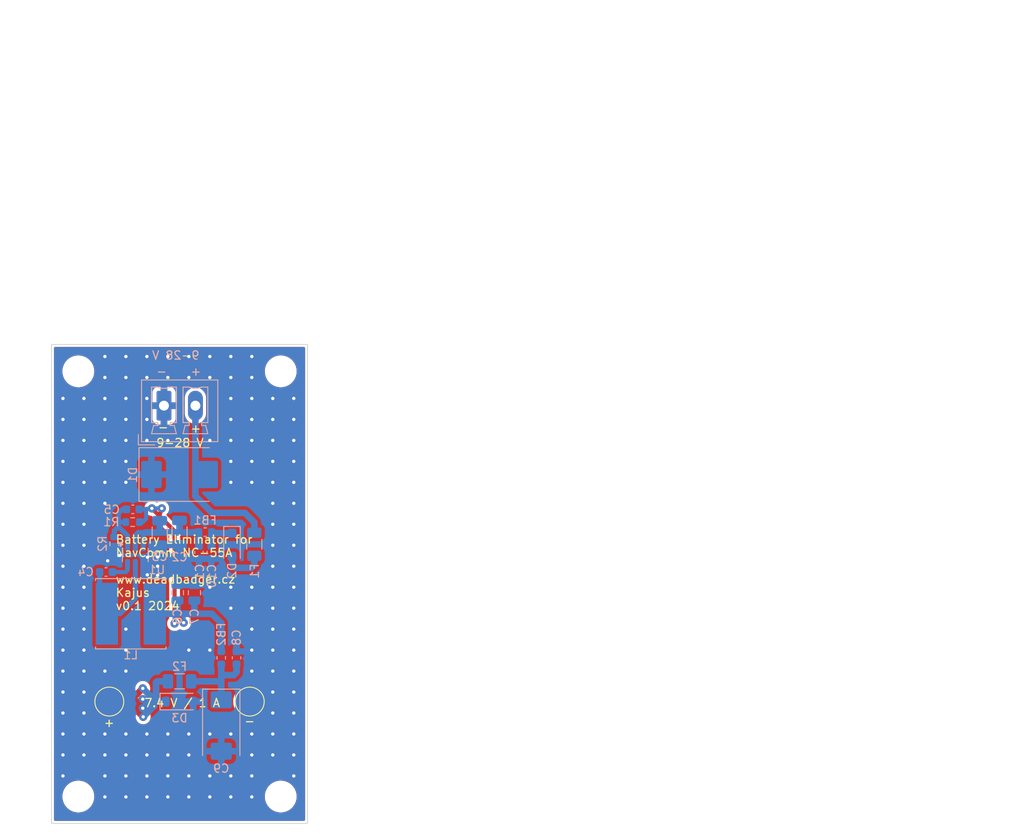
<source format=kicad_pcb>
(kicad_pcb (version 20240108) (generator "pcbnew") (generator_version "8.0")
  (title_block (title "Battery Eliminator for NavComm NC-55A") (date "2024-08-26") (rev "0.1") (company "Kajus"))
  (layers (0 "F.Cu" signal) (31 "B.Cu" signal) (34 "B.Paste" user) (35 "F.Paste" user) (36 "B.SilkS" user "B.Silkscreen") (37 "F.SilkS" user "F.Silkscreen") (38 "B.Mask" user) (39 "F.Mask" user) (44 "Edge.Cuts" user))
  (net 0 "")
  (net 1 "Net-(U1-EN)")
  (net 2 "GND")
  (net 3 "Net-(U1-BST)")
  (net 4 "Net-(U1-SW)")
  (net 5 "Net-(C5-Pad1)")
  (net 6 "Net-(U1-FB)")
  (net 7 "Net-(C8-Pad1)")
  (net 8 "Net-(D1-A2)")
  (net 9 "Net-(D2-K)")
  (net 10 "Net-(D2-A)")
  (net 11 "Net-(D3-K)")
  (footprint "MountingHole:MountingHole_3.2mm_M3" (layer "F.Cu") (at 115.5 90)
    (property "Reference" "REF**" (hide yes))
    (property "Value" "MountingHole_3.2mm_M3")
    (pad "" np_thru_hole circle (at 0 0) (size 3.2 3.2) (drill 3.2) (layers "*.Cu" "*.Mask"))
  )
  (footprint "MountingHole:MountingHole_3.2mm_M3" (layer "F.Cu") (at 140 90)
    (property "Reference" "REF**" (hide yes))
    (property "Value" "MountingHole_3.2mm_M3")
    (pad "" np_thru_hole circle (at 0 0) (size 3.2 3.2) (drill 3.2) (layers "*.Cu" "*.Mask"))
  )
  (footprint "MountingHole:MountingHole_3.2mm_M3" (layer "F.Cu") (at 140 141.5)
    (property "Reference" "REF**" (hide yes))
    (property "Value" "MountingHole_3.2mm_M3")
    (pad "" np_thru_hole circle (at 0 0) (size 3.2 3.2) (drill 3.2) (layers "*.Cu" "*.Mask"))
  )
  (footprint "MountingHole:MountingHole_3.2mm_M3" (layer "F.Cu") (at 115.5 141.5)
    (property "Reference" "REF**" (hide yes))
    (property "Value" "MountingHole_3.2mm_M3")
    (pad "" np_thru_hole circle (at 0 0) (size 3.2 3.2) (drill 3.2) (layers "*.Cu" "*.Mask"))
  )
  (footprint "TestPoint:TestPoint_Pad_D3.0mm" (layer "F.Cu") (at 136.25 130)
    (property "Reference" "J3" (hide yes))
    (property "Value" "GND")
    (fp_circle (center 0 0) (end 0 1.75) (stroke (width 0.12)) (fill none) (layer "F.SilkS"))
    (pad "1" smd circle (at 0 0) (size 3 3) (layers "F.Cu" "F.Mask") (net 2 "GND"))
  )
  (footprint "TestPoint:TestPoint_Pad_D3.0mm" (layer "F.Cu") (at 119.25 130)
    (property "Reference" "J2" (hide yes))
    (property "Value" "+")
    (fp_circle (center 0 0) (end 0 1.75) (stroke (width 0.12)) (fill none) (layer "F.SilkS"))
    (pad "1" smd circle (at 0 0) (size 3 3) (layers "F.Cu" "F.Mask") (net 11 "Net-(D3-K)"))
  )
  (footprint "Capacitor_SMD:C_0603_1608Metric" (layer "B.Cu") (at 122.1 106.712499 180)
    (property "Reference" "C5" (at 2.55 -0.037501 0) (layer "B.SilkS") (effects (justify mirror)))
    (property "Value" "100p")
    (fp_line (start 0.14058 0.51) (end -0.14058 0.51) (stroke (width 0.12)) (layer "B.SilkS"))
    (fp_line (start 0.14058 -0.51) (end -0.14058 -0.51) (stroke (width 0.12)) (layer "B.SilkS"))
    (pad "1" smd roundrect (at -0.775 0 180) (size 0.9 0.95) (layers "B.Cu" "B.Paste" "B.Mask") (net 5 "Net-(C5-Pad1)"))
    (pad "2" smd roundrect (at 0.775 0 180) (size 0.9 0.95) (layers "B.Cu" "B.Paste" "B.Mask") (net 6 "Net-(U1-FB)"))
  )
  (footprint "Diode_SMD:D_SOD-123F" (layer "B.Cu") (at 134.1 111 -90)
    (property "Reference" "D2" (at 3.15 0 90) (layer "B.SilkS") (effects (justify mirror)))
    (property "Value" "SBR3U40S1F")
    (fp_line (start 1.65 1) (end -2.21 1) (stroke (width 0.12)) (layer "B.SilkS"))
    (fp_line (start -2.21 -1) (end -2.21 1) (stroke (width 0.12)) (layer "B.SilkS"))
    (fp_line (start 1.65 -1) (end -2.21 -1) (stroke (width 0.12)) (layer "B.SilkS"))
    (pad "1" smd roundrect (at -1.4 0 270) (size 1.1 1.1) (layers "B.Cu" "B.Paste" "B.Mask") (roundrect_rratio 0.2272727273) (net 9 "Net-(D2-K)"))
    (pad "2" smd roundrect (at 1.4 0 270) (size 1.1 1.1) (layers "B.Cu" "B.Paste" "B.Mask") (roundrect_rratio 0.2272727273) (net 10 "Net-(D2-A)"))
  )
  (footprint "Resistor_SMD:R_0603_1608Metric" (layer "B.Cu") (at 119.85 110.887499 -90)
    (property "Reference" "R2" (at 0 1.43 90) (layer "B.SilkS") (effects (justify mirror)))
    (property "Value" "9k1")
    (fp_line (start 0.237258 0.5225) (end -0.237258 0.5225) (stroke (width 0.12)) (layer "B.SilkS"))
    (fp_line (start 0.237258 -0.5225) (end -0.237258 -0.5225) (stroke (width 0.12)) (layer "B.SilkS"))
    (pad "1" smd roundrect (at -0.825 0 270) (size 0.8 0.95) (layers "B.Cu" "B.Paste" "B.Mask") (net 6 "Net-(U1-FB)"))
    (pad "2" smd roundrect (at 0.825 0 270) (size 0.8 0.95) (layers "B.Cu" "B.Paste" "B.Mask") (net 2 "GND"))
  )
  (footprint "Capacitor_SMD:C_1206_3216Metric" (layer "B.Cu") (at 125.35 109.562501 -90)
    (property "Reference" "C3" (at 2.887499 0 180) (layer "B.SilkS") (effects (justify mirror)))
    (property "Value" "10u/35V")
    (fp_line (start 0.711252 0.91) (end -0.711252 0.91) (stroke (width 0.12)) (layer "B.SilkS"))
    (fp_line (start 0.711252 -0.91) (end -0.711252 -0.91) (stroke (width 0.12)) (layer "B.SilkS"))
    (pad "1" smd roundrect (at -1.475 0 270) (size 1.15 1.8) (layers "B.Cu" "B.Paste" "B.Mask") (roundrect_rratio 0.217391) (net 1 "Net-(U1-EN)"))
    (pad "2" smd roundrect (at 1.475 0 270) (size 1.15 1.8) (layers "B.Cu" "B.Paste" "B.Mask") (roundrect_rratio 0.217391) (net 2 "GND"))
  )
  (footprint "Resistor_SMD:R_0603_1608Metric" (layer "B.Cu") (at 122.075 108.262499 180)
    (property "Reference" "R1" (at 2.575 0.012499 0) (layer "B.SilkS") (effects (justify mirror)))
    (property "Value" "75k")
    (fp_line (start 0.237258 0.5225) (end -0.237258 0.5225) (stroke (width 0.12)) (layer "B.SilkS"))
    (fp_line (start 0.237258 -0.5225) (end -0.237258 -0.5225) (stroke (width 0.12)) (layer "B.SilkS"))
    (pad "1" smd roundrect (at -0.825 0 180) (size 0.8 0.95) (layers "B.Cu" "B.Paste" "B.Mask") (net 5 "Net-(C5-Pad1)"))
    (pad "2" smd roundrect (at 0.825 0 180) (size 0.8 0.95) (layers "B.Cu" "B.Paste" "B.Mask") (net 6 "Net-(U1-FB)"))
  )
  (footprint "Diode_SMD:D_SOD-123" (layer "B.Cu") (at 127.75 130)
    (property "Reference" "D3" (at 0 2.000001 0) (layer "B.SilkS") (effects (justify mirror)))
    (property "Value" "PTVS9V0S1UR")
    (fp_line (start -2.36 -1) (end -2.36 1) (stroke (width 0.12)) (layer "B.SilkS"))
    (fp_line (start 1.65 -1) (end -2.36 -1) (stroke (width 0.12)) (layer "B.SilkS"))
    (fp_line (start 1.65 1) (end -2.36 1) (stroke (width 0.12)) (layer "B.SilkS"))
    (pad "1" smd roundrect (at -1.65 0) (size 0.9 1.2) (layers "B.Cu" "B.Paste" "B.Mask") (net 11 "Net-(D3-K)"))
    (pad "2" smd roundrect (at 1.65 0) (size 0.9 1.2) (layers "B.Cu" "B.Paste" "B.Mask") (net 2 "GND"))
  )
  (footprint "Capacitor_SMD:C_0805_2012Metric" (layer "B.Cu") (at 129.55 116.812499 90)
    (property "Reference" "C7" (at -2.887501 0 90) (layer "B.SilkS") (effects (justify mirror)))
    (property "Value" "22u")
    (fp_line (start 0.261252 -0.735) (end -0.261252 -0.735) (stroke (width 0.12)) (layer "B.SilkS"))
    (fp_line (start 0.261252 0.735) (end -0.261252 0.735) (stroke (width 0.12)) (layer "B.SilkS"))
    (pad "1" smd roundrect (at -0.95 0 90) (size 1 1.45) (layers "B.Cu" "B.Paste" "B.Mask") (net 5 "Net-(C5-Pad1)"))
    (pad "2" smd roundrect (at 0.95 0 90) (size 1 1.45) (layers "B.Cu" "B.Paste" "B.Mask") (net 2 "GND"))
  )
  (footprint "Fuse:Fuse_1206_3216Metric" (layer "B.Cu") (at 127.75 127.55 180)
    (property "Reference" "F2" (at 0 1.8 0) (layer "B.SilkS") (effects (justify mirror)))
    (property "Value" " C1Q 1.25 ")
    (fp_line (start 0.602064 0.91) (end -0.602064 0.91) (stroke (width 0.12)) (layer "B.SilkS"))
    (fp_line (start 0.602064 -0.91) (end -0.602064 -0.91) (stroke (width 0.12)) (layer "B.SilkS"))
    (pad "1" smd roundrect (at -1.4 0 180) (size 1.25 1.75) (layers "B.Cu" "B.Paste" "B.Mask") (roundrect_rratio 0.2) (net 7 "Net-(C8-Pad1)"))
    (pad "2" smd roundrect (at 1.4 0 180) (size 1.25 1.75) (layers "B.Cu" "B.Paste" "B.Mask") (roundrect_rratio 0.2) (net 11 "Net-(D3-K)"))
  )
  (footprint "Capacitor_SMD:C_1206_3216Metric" (layer "B.Cu") (at 127.75 109.5375 -90)
    (property "Reference" "C2" (at 2.9625 0 180) (layer "B.SilkS") (effects (justify mirror)))
    (property "Value" "10u/35V")
    (fp_line (start 0.711252 0.91) (end -0.711252 0.91) (stroke (width 0.12)) (layer "B.SilkS"))
    (fp_line (start 0.711252 -0.91) (end -0.711252 -0.91) (stroke (width 0.12)) (layer "B.SilkS"))
    (pad "1" smd roundrect (at -1.475 0 270) (size 1.15 1.8) (layers "B.Cu" "B.Paste" "B.Mask") (roundrect_rratio 0.217391) (net 1 "Net-(U1-EN)"))
    (pad "2" smd roundrect (at 1.475 0 270) (size 1.15 1.8) (layers "B.Cu" "B.Paste" "B.Mask") (roundrect_rratio 0.217391) (net 2 "GND"))
  )
  (footprint "Capacitor_SMD:C_0603_1608Metric" (layer "B.Cu") (at 130.1 111.925 -90)
    (property "Reference" "C1" (at 2.375 -0.1 90) (layer "B.SilkS") (effects (justify mirror)))
    (property "Value" "100n/35V")
    (fp_line (start 0.14058 0.51) (end -0.14058 0.51) (stroke (width 0.12)) (layer "B.SilkS"))
    (fp_line (start 0.14058 -0.51) (end -0.14058 -0.51) (stroke (width 0.12)) (layer "B.SilkS"))
    (pad "1" smd roundrect (at -0.775 0 270) (size 0.9 0.95) (layers "B.Cu" "B.Paste" "B.Mask") (net 1 "Net-(U1-EN)"))
    (pad "2" smd roundrect (at 0.775 0 270) (size 0.9 0.95) (layers "B.Cu" "B.Paste" "B.Mask") (net 2 "GND"))
  )
  (footprint "Fuse:Fuse_1206_3216Metric" (layer "B.Cu") (at 136.8 110.95 -90)
    (property "Reference" "F1" (at 3.25 -0.05 90) (layer "B.SilkS") (effects (justify mirror)))
    (property "Value" " C1Q 1.25 ")
    (fp_line (start 0.602064 0.91) (end -0.602064 0.91) (stroke (width 0.12)) (layer "B.SilkS"))
    (fp_line (start 0.602064 -0.91) (end -0.602064 -0.91) (stroke (width 0.12)) (layer "B.SilkS"))
    (pad "1" smd roundrect (at -1.4 0 270) (size 1.25 1.75) (layers "B.Cu" "B.Paste" "B.Mask") (roundrect_rratio 0.2) (net 8 "Net-(D1-A2)"))
    (pad "2" smd roundrect (at 1.4 0 270) (size 1.25 1.75) (layers "B.Cu" "B.Paste" "B.Mask") (roundrect_rratio 0.2) (net 10 "Net-(D2-A)"))
  )
  (footprint "Capacitor_SMD:C_0603_1608Metric" (layer "B.Cu") (at 118.85 114.312499 180)
    (property "Reference" "C4" (at 2.45 0.012499 0) (layer "B.SilkS") (effects (justify mirror)))
    (property "Value" "100n/35V")
    (fp_line (start 0.14058 0.51) (end -0.14058 0.51) (stroke (width 0.12)) (layer "B.SilkS"))
    (fp_line (start 0.14058 -0.51) (end -0.14058 -0.51) (stroke (width 0.12)) (layer "B.SilkS"))
    (pad "1" smd roundrect (at -0.775 0 180) (size 0.9 0.95) (layers "B.Cu" "B.Paste" "B.Mask") (net 3 "Net-(U1-BST)"))
    (pad "2" smd roundrect (at 0.775 0 180) (size 0.9 0.95) (layers "B.Cu" "B.Paste" "B.Mask") (net 4 "Net-(U1-SW)"))
  )
  (footprint "Inductor_SMD:L_0603_1608Metric" (layer "B.Cu") (at 132.8 124.7 -90)
    (property "Reference" "FB2" (at -2.85 0 90) (layer "B.SilkS") (effects (justify mirror)))
    (property "Value" " MH1608-221Y ")
    (fp_line (start 0.162779 0.51) (end -0.162779 0.51) (stroke (width 0.12)) (layer "B.SilkS"))
    (fp_line (start 0.162779 -0.51) (end -0.162779 -0.51) (stroke (width 0.12)) (layer "B.SilkS"))
    (pad "1" smd roundrect (at -0.7875 0 270) (size 0.875 0.95) (layers "B.Cu" "B.Paste" "B.Mask") (net 5 "Net-(C5-Pad1)"))
    (pad "2" smd roundrect (at 0.7875 0 270) (size 0.875 0.95) (layers "B.Cu" "B.Paste" "B.Mask") (net 7 "Net-(C8-Pad1)"))
  )
  (footprint "Inductor_SMD:L_0603_1608Metric" (layer "B.Cu") (at 130.85 109.475 180)
    (property "Reference" "FB1" (at 0 1.43 0) (layer "B.SilkS") (effects (justify mirror)))
    (property "Value" " MH1608-221Y ")
    (fp_line (start 0.162779 0.51) (end -0.162779 0.51) (stroke (width 0.12)) (layer "B.SilkS"))
    (fp_line (start 0.162779 -0.51) (end -0.162779 -0.51) (stroke (width 0.12)) (layer "B.SilkS"))
    (pad "1" smd roundrect (at -0.7875 0 180) (size 0.875 0.95) (layers "B.Cu" "B.Paste" "B.Mask") (net 9 "Net-(D2-K)"))
    (pad "2" smd roundrect (at 0.7875 0 180) (size 0.875 0.95) (layers "B.Cu" "B.Paste" "B.Mask") (net 1 "Net-(U1-EN)"))
  )
  (footprint "Inductor_SMD:L_Cenker_CKCS8040" (layer "B.Cu") (at 121.85 119.362499)
    (property "Reference" "L1" (at 0 5 0) (layer "B.SilkS") (effects (justify mirror)))
    (property "Value" "SRR6028-100Y")
    (fp_line (start -4.26 -4.01) (end -4.26 -4.26) (stroke (width 0.12)) (layer "B.SilkS"))
    (fp_line (start -4.26 4.01) (end -4.26 4.26) (stroke (width 0.12)) (layer "B.SilkS"))
    (fp_line (start 4.26 -4.26) (end -4.26 -4.26) (stroke (width 0.12)) (layer "B.SilkS"))
    (fp_line (start 4.26 -4.01) (end 4.26 -4.26) (stroke (width 0.12)) (layer "B.SilkS"))
    (fp_line (start 4.26 4.01) (end 4.26 4.26) (stroke (width 0.12)) (layer "B.SilkS"))
    (fp_line (start 4.26 4.26) (end -4.26 4.26) (stroke (width 0.12)) (layer "B.SilkS"))
    (pad "1" smd rect (at -2.9 0) (size 2.7 7.5) (layers "B.Cu" "B.Paste" "B.Mask") (net 4 "Net-(U1-SW)"))
    (pad "2" smd rect (at 2.9 0) (size 2.7 7.5) (layers "B.Cu" "B.Paste" "B.Mask") (net 5 "Net-(C5-Pad1)"))
  )
  (footprint "Capacitor_SMD:C_0603_1608Metric" (layer "B.Cu") (at 131.6 111.925 -90)
    (property "Reference" "C10" (at 2.875 -0.05 90) (layer "B.SilkS") (effects (justify mirror)))
    (property "Value" "100n/35V")
    (fp_line (start 0.14058 0.51) (end -0.14058 0.51) (stroke (width 0.12)) (layer "B.SilkS"))
    (fp_line (start 0.14058 -0.51) (end -0.14058 -0.51) (stroke (width 0.12)) (layer "B.SilkS"))
    (pad "1" smd roundrect (at -0.775 0 270) (size 0.9 0.95) (layers "B.Cu" "B.Paste" "B.Mask") (net 9 "Net-(D2-K)"))
    (pad "2" smd roundrect (at 0.775 0 270) (size 0.9 0.95) (layers "B.Cu" "B.Paste" "B.Mask") (net 2 "GND"))
  )
  (footprint "Capacitor_SMD:C_0603_1608Metric" (layer "B.Cu") (at 134.65 124.7 90)
    (property "Reference" "C8" (at 2.45 0 90) (layer "B.SilkS") (effects (justify mirror)))
    (property "Value" "100n")
    (fp_line (start 0.14058 -0.51) (end -0.14058 -0.51) (stroke (width 0.12)) (layer "B.SilkS"))
    (fp_line (start 0.14058 0.51) (end -0.14058 0.51) (stroke (width 0.12)) (layer "B.SilkS"))
    (pad "1" smd roundrect (at -0.775 0 90) (size 0.9 0.95) (layers "B.Cu" "B.Paste" "B.Mask") (net 7 "Net-(C8-Pad1)"))
    (pad "2" smd roundrect (at 0.775 0 90) (size 0.9 0.95) (layers "B.Cu" "B.Paste" "B.Mask") (net 2 "GND"))
  )
  (footprint "Capacitor_Tantalum_SMD:CP_EIA-7343-30_AVX-N" (layer "B.Cu") (at 132.8 132.9 -90)
    (property "Reference" "C9" (at 5.2 0 180) (layer "B.SilkS") (effects (justify mirror)))
    (property "Value" "100u")
    (fp_line (start -4.41 2.26) (end 3.65 2.26) (stroke (width 0.12)) (layer "B.SilkS"))
    (fp_line (start -4.41 -2.26) (end -4.41 2.26) (stroke (width 0.12)) (layer "B.SilkS"))
    (fp_line (start 3.65 -2.26) (end -4.41 -2.26) (stroke (width 0.12)) (layer "B.SilkS"))
    (pad "1" smd roundrect (at -3.1125 0 270) (size 2.075 2.55) (layers "B.Cu" "B.Paste" "B.Mask") (roundrect_rratio 0.120482) (net 7 "Net-(C8-Pad1)"))
    (pad "2" smd roundrect (at 3.1125 0 270) (size 2.075 2.55) (layers "B.Cu" "B.Paste" "B.Mask") (roundrect_rratio 0.120482) (net 2 "GND"))
  )
  (footprint "Connector_Phoenix_MC:PhoenixContact_MCV_1,5_2-G-3.81_1x02_P3.81mm_Vertical" (layer "B.Cu") (at 125.8625 94.1575)
    (property "Reference" "J1" (hide yes))
    (property "Value" "PWR")
    (fp_line (start -3.1 4.75) (end -3.1 3.5) (stroke (width 0.12)) (layer "B.SilkS"))
    (fp_line (start -2.71 -3.11) (end -2.71 4.36) (stroke (width 0.12)) (layer "B.SilkS"))
    (fp_line (start -2.71 4.36) (end 6.52 4.36) (stroke (width 0.12)) (layer "B.SilkS"))
    (fp_line (start -1.5 -2.25) (end -0.75 -2.25) (stroke (width 0.12)) (layer "B.SilkS"))
    (fp_line (start -1.5 2.05) (end -1.5 -2.25) (stroke (width 0.12)) (layer "B.SilkS"))
    (fp_line (start -1.5 3.4) (end -1.25 2.4) (stroke (width 0.12)) (layer "B.SilkS"))
    (fp_line (start -1.25 2.4) (end -0.75 2.4) (stroke (width 0.12)) (layer "B.SilkS"))
    (fp_line (start -1.1 4.75) (end -3.1 4.75) (stroke (width 0.12)) (layer "B.SilkS"))
    (fp_line (start -0.75 2.05) (end -1.5 2.05) (stroke (width 0.12)) (layer "B.SilkS"))
    (fp_line (start -0.75 2.4) (end -0.75 2.05) (stroke (width 0.12)) (layer "B.SilkS"))
    (fp_line (start 0.75 -2.25) (end 1.5 -2.25) (stroke (width 0.12)) (layer "B.SilkS"))
    (fp_line (start 0.75 2.05) (end 0.75 2.4) (stroke (width 0.12)) (layer "B.SilkS"))
    (fp_line (start 0.75 2.4) (end 1.25 2.4) (stroke (width 0.12)) (layer "B.SilkS"))
    (fp_line (start 1.25 2.4) (end 1.5 3.4) (stroke (width 0.12)) (layer "B.SilkS"))
    (fp_line (start 1.5 -2.25) (end 1.5 2.05) (stroke (width 0.12)) (layer "B.SilkS"))
    (fp_line (start 1.5 2.05) (end 0.75 2.05) (stroke (width 0.12)) (layer "B.SilkS"))
    (fp_line (start 1.5 3.4) (end -1.5 3.4) (stroke (width 0.12)) (layer "B.SilkS"))
    (fp_line (start 2.31 -2.25) (end 3.06 -2.25) (stroke (width 0.12)) (layer "B.SilkS"))
    (fp_line (start 2.31 2.05) (end 2.31 -2.25) (stroke (width 0.12)) (layer "B.SilkS"))
    (fp_line (start 2.31 3.4) (end 2.56 2.4) (stroke (width 0.12)) (layer "B.SilkS"))
    (fp_line (start 2.56 2.4) (end 3.06 2.4) (stroke (width 0.12)) (layer "B.SilkS"))
    (fp_line (start 3.06 2.05) (end 2.31 2.05) (stroke (width 0.12)) (layer "B.SilkS"))
    (fp_line (start 3.06 2.4) (end 3.06 2.05) (stroke (width 0.12)) (layer "B.SilkS"))
    (fp_line (start 4.56 -2.25) (end 5.31 -2.25) (stroke (width 0.12)) (layer "B.SilkS"))
    (fp_line (start 4.56 2.05) (end 4.56 2.4) (stroke (width 0.12)) (layer "B.SilkS"))
    (fp_line (start 4.56 2.4) (end 5.06 2.4) (stroke (width 0.12)) (layer "B.SilkS"))
    (fp_line (start 5.06 2.4) (end 5.31 3.4) (stroke (width 0.12)) (layer "B.SilkS"))
    (fp_line (start 5.31 -2.25) (end 5.31 2.05) (stroke (width 0.12)) (layer "B.SilkS"))
    (fp_line (start 5.31 2.05) (end 4.56 2.05) (stroke (width 0.12)) (layer "B.SilkS"))
    (fp_line (start 5.31 3.4) (end 2.31 3.4) (stroke (width 0.12)) (layer "B.SilkS"))
    (fp_line (start 6.52 -3.11) (end -2.71 -3.11) (stroke (width 0.12)) (layer "B.SilkS"))
    (fp_line (start 6.52 4.36) (end 6.52 -3.11) (stroke (width 0.12)) (layer "B.SilkS"))
    (fp_arc (start 0.749647 -2.249844) (mid -0.000193 -2.091909) (end -0.75 -2.25) (stroke (width 0.12)) (layer "B.SilkS"))
    (fp_arc (start 4.559647 -2.249844) (mid 3.809807 -2.091909) (end 3.06 -2.25) (stroke (width 0.12)) (layer "B.SilkS"))
    (pad "1" thru_hole roundrect (at 0 0) (size 1.8 3.6) (drill 1.2) (layers "*.Cu" "*.Mask") (roundrect_rratio 0.138889) (net 2 "GND"))
    (pad "2" thru_hole oval (at 3.81 0) (size 1.8 3.6) (drill 1.2) (layers "*.Cu" "*.Mask") (net 8 "Net-(D1-A2)"))
  )
  (footprint "Diode_SMD:D_SMC" (layer "B.Cu") (at 127.75 102.5)
    (property "Reference" "D1" (at -5.65 0.05 90) (layer "B.SilkS") (effects (justify mirror)))
    (property "Value" "SMDJ28CA")
    (fp_line (start -4.91 3.25) (end -4.91 -3.25) (stroke (width 0.12)) (layer "B.SilkS"))
    (fp_line (start 3.6 -3.25) (end -4.91 -3.25) (stroke (width 0.12)) (layer "B.SilkS"))
    (fp_line (start 3.6 3.25) (end -4.91 3.25) (stroke (width 0.12)) (layer "B.SilkS"))
    (pad "1" smd roundrect (at -3.4 0 270) (size 3.3 2.5) (layers "B.Cu" "B.Paste" "B.Mask") (roundrect_rratio 0.1) (net 2 "GND"))
    (pad "2" smd roundrect (at 3.4 0 270) (size 3.3 2.5) (layers "B.Cu" "B.Paste" "B.Mask") (roundrect_rratio 0.1) (net 8 "Net-(D1-A2)"))
  )
  (footprint "Capacitor_SMD:C_0805_2012Metric" (layer "B.Cu") (at 127.5 116.812499 90)
    (property "Reference" "C6" (at -2.887501 0 90) (layer "B.SilkS") (effects (justify mirror)))
    (property "Value" "22u")
    (fp_line (start 0.261252 -0.735) (end -0.261252 -0.735) (stroke (width 0.12)) (layer "B.SilkS"))
    (fp_line (start 0.261252 0.735) (end -0.261252 0.735) (stroke (width 0.12)) (layer "B.SilkS"))
    (pad "1" smd roundrect (at -0.95 0 90) (size 1 1.45) (layers "B.Cu" "B.Paste" "B.Mask") (net 5 "Net-(C5-Pad1)"))
    (pad "2" smd roundrect (at 0.95 0 90) (size 1 1.45) (layers "B.Cu" "B.Paste" "B.Mask") (net 2 "GND"))
  )
  (footprint "Package_TO_SOT_SMD:TSOT-23-6" (layer "B.Cu") (at 122.4 112.262499 -90)
    (property "Reference" "U1" (at 1.787501 -2.6 180) (layer "B.SilkS") (effects (justify mirror)))
    (property "Value" "AP63200WU")
    (fp_line (start -0.8 1.56) (end 0 1.56) (stroke (width 0.12)) (layer "B.SilkS"))
    (fp_line (start 0.8 1.56) (end 0 1.56) (stroke (width 0.12)) (layer "B.SilkS"))
    (fp_line (start -0.8 -1.56) (end 0 -1.56) (stroke (width 0.12)) (layer "B.SilkS"))
    (fp_line (start 0.8 -1.56) (end 0 -1.56) (stroke (width 0.12)) (layer "B.SilkS"))
    (fp_poly (pts (xy -1.3 1.51) (xy -1.54 1.84) (xy -1.06 1.84) (xy -1.3 1.51)) (stroke (width 0.12)) (fill solid) (layer "B.SilkS"))
    (pad "1" smd roundrect (at -1.1375 0.95 270) (size 1.325 0.6) (layers "B.Cu" "B.Paste" "B.Mask") (net 6 "Net-(U1-FB)"))
    (pad "2" smd roundrect (at -1.1375 0 270) (size 1.325 0.6) (layers "B.Cu" "B.Paste" "B.Mask") (net 1 "Net-(U1-EN)"))
    (pad "3" smd roundrect (at -1.1375 -0.95 270) (size 1.325 0.6) (layers "B.Cu" "B.Paste" "B.Mask") (net 1 "Net-(U1-EN)"))
    (pad "4" smd roundrect (at 1.1375 -0.95 270) (size 1.325 0.6) (layers "B.Cu" "B.Paste" "B.Mask") (net 2 "GND"))
    (pad "5" smd roundrect (at 1.1375 0 270) (size 1.325 0.6) (layers "B.Cu" "B.Paste" "B.Mask") (net 4 "Net-(U1-SW)"))
    (pad "6" smd roundrect (at 1.1375 0.95 270) (size 1.325 0.6) (layers "B.Cu" "B.Paste" "B.Mask") (net 3 "Net-(U1-BST)"))
  )
  (gr_rect (start 112.25 86.75) (end 143.25 144.75) (stroke (width 0.1)) (fill none) (layer "Edge.Cuts"))
  (gr_text "+" (at 130.45 90.6 0) (layer "B.SilkS") (effects (font (size 1 1)) (justify left bottom mirror)))
  (gr_text "-" (at 126.3 90.6 0) (layer "B.SilkS") (effects (font (size 1 1)) (justify left bottom mirror)))
  (gr_text "9-28 V" (at 130.25 88.65 0) (layer "B.SilkS") (effects (font (size 1 1)) (justify left bottom mirror)))
  (gr_text "-" (at 125.05 97.35 0) (layer "F.SilkS") (effects (font (size 1 1)) (justify left bottom)))
  (gr_text "7.4 V / 1 A" (at 123.4 130.75 0) (layer "F.SilkS") (effects (font (size 1 1)) (justify left bottom)))
  (gr_text "+" (at 129 97.5 0) (layer "F.SilkS") (effects (font (size 1 1)) (justify left bottom)))
  (gr_text "9-28 V" (at 124.85 99.25 0) (layer "F.SilkS") (effects (font (size 1 1)) (justify left bottom)))
  (gr_text "+" (at 119.95 133.15 0) (layer "F.SilkS") (effects (font (size 1 1)) (justify left bottom mirror)))
  (gr_text "Battery Eliminator for\nNavComm NC-55A\n\nwww.deadbadger.cz\nKajus\nv0.1 2024\n" (at 119.95 119 0) (layer "F.SilkS") (effects (font (size 1 1)) (justify left bottom)))
  (gr_text "-" (at 136.95 132.95 0) (layer "F.SilkS") (effects (font (size 1 1)) (justify left bottom mirror)))
  (segment (start 129.537501 109.512499) (end 129.575 109.475) (width 0.8) (layer "B.Cu") (net 1))
  (segment (start 123.6 109.512499) (end 125.4 109.512499) (width 0.8) (layer "B.Cu") (net 1))
  (segment (start 123.35 109.762499) (end 123.6 109.512499) (width 0.6) (layer "B.Cu") (net 1))
  (segment (start 123.35 111.124999) (end 123.35 109.762499) (width 0.6) (layer "B.Cu") (net 1))
  (segment (start 125.35 109.462499) (end 125.4 109.512499) (width 0.8) (layer "B.Cu") (net 1))
  (segment (start 130.1 109.5125) (end 130.0625 109.475) (width 0.8) (layer "B.Cu") (net 1))
  (segment (start 122.4 111.124999) (end 122.4 109.862499) (width 0.6) (layer "B.Cu") (net 1))
  (segment (start 127.75 109.412499) (end 127.85 109.512499) (width 0.8) (layer "B.Cu") (net 1))
  (segment (start 127.75 108.062499) (end 127.75 109.412499) (width 0.8) (layer "B.Cu") (net 1))
  (segment (start 122.75 109.512499) (end 123.6 109.512499) (width 0.6) (layer "B.Cu") (net 1))
  (segment (start 127.85 109.512499) (end 129.537501 109.512499) (width 0.8) (layer "B.Cu") (net 1))
  (segment (start 129.575 109.475) (end 130.0625 109.475) (width 0.8) (layer "B.Cu") (net 1))
  (segment (start 125.35 108.087501) (end 125.35 109.462499) (width 0.8) (layer "B.Cu") (net 1))
  (segment (start 130.1 111.15) (end 130.1 109.5125) (width 0.8) (layer "B.Cu") (net 1))
  (segment (start 122.4 109.862499) (end 122.75 109.512499) (width 0.6) (layer "B.Cu") (net 1))
  (segment (start 125.4 109.512499) (end 127.85 109.512499) (width 0.8) (layer "B.Cu") (net 1))
  (segment (start 125.1 112.5) (end 124.25 112.5) (width 0.4) (layer "F.Cu") (net 2))
  (segment (start 124.25 112.5) (end 124.2 112.45) (width 0.4) (layer "F.Cu") (net 2))
  (via (at 141.577857 105.985) (size 1) (drill 0.4) (layers "F.Cu" "B.Cu") (net 2))
  (via (at 118.717857 100.905) (size 1) (drill 0.4) (layers "F.Cu" "B.Cu") (net 2))
  (via (at 141.577857 131.385) (size 1) (drill 0.4) (layers "F.Cu" "B.Cu") (net 2))
  (via (at 116.177857 126.305) (size 1) (drill 0.4) (layers "F.Cu" "B.Cu") (net 2))
  (via (at 123.872063 112.514796) (size 1) (drill 0.4) (layers "F.Cu" "B.Cu") (net 2))
  (via (at 121.257857 121.225) (size 1) (drill 0.4) (layers "F.Cu" "B.Cu") (net 2))
  (via (at 139.037857 93.285) (size 1) (drill 0.4) (layers "F.Cu" "B.Cu") (net 2))
  (via (at 131.417857 90.745) (size 1) (drill 0.4) (layers "F.Cu" "B.Cu") (net 2))
  (via (at 128.877857 88.205) (size 1) (drill 0.4) (layers "F.Cu" "B.Cu") (net 2))
  (via (at 128.877857 139.005) (size 1) (drill 0.4) (layers "F.Cu" "B.Cu") (net 2))
  (via (at 133.957857 100.905) (size 1) (drill 0.4) (layers "F.Cu" "B.Cu") (net 2))
  (via (at 121.257857 126.305) (size 1) (drill 0.4) (layers "F.Cu" "B.Cu") (net 2))
  (via (at 136.497857 126.305) (size 1) (drill 0.4) (layers "F.Cu" "B.Cu") (net 2))
  (via (at 121.257857 88.205) (size 1) (drill 0.4) (layers "F.Cu" "B.Cu") (net 2))
  (via (at 141.577857 128.845) (size 1) (drill 0.4) (layers "F.Cu" "B.Cu") (net 2))
  (via (at 123.797857 133.925) (size 1) (drill 0.4) (layers "F.Cu" "B.Cu") (net 2))
  (via (at 136.497857 103.445) (size 1) (drill 0.4) (layers "F.Cu" "B.Cu") (net 2))
  (via (at 113.637857 113.605) (size 1) (drill 0.4) (layers "F.Cu" "B.Cu") (net 2))
  (via (at 141.577857 118.685) (size 1) (drill 0.4) (layers "F.Cu" "B.Cu") (net 2))
  (via (at 118.717857 136.465) (size 1) (drill 0.4) (layers "F.Cu" "B.Cu") (net 2))
  (via (at 121.257857 90.745) (size 1) (drill 0.4) (layers "F.Cu" "B.Cu") (net 2))
  (via (at 136.497857 95.825) (size 1) (drill 0.4) (layers "F.Cu" "B.Cu") (net 2))
  (via (at 116.177857 123.765) (size 1) (drill 0.4) (layers "F.Cu" "B.Cu") (net 2))
  (via (at 139.037857 113.605) (size 1) (drill 0.4) (layers "F.Cu" "B.Cu") (net 2))
  (via (at 113.637857 95.825) (size 1) (drill 0.4) (layers "F.Cu" "B.Cu") (net 2))
  (via (at 139.037857 116.145) (size 1) (drill 0.4) (layers "F.Cu" "B.Cu") (net 2))
  (via (at 113.637857 118.685) (size 1) (drill 0.4) (layers "F.Cu" "B.Cu") (net 2))
  (via (at 125.1 112.5) (size 1) (drill 0.4) (layers "F.Cu" "B.Cu") (net 2))
  (via (at 121.257857 133.925) (size 1) (drill 0.4) (layers "F.Cu" "B.Cu") (net 2))
  (via (at 116.177857 103.445) (size 1) (drill 0.4) (layers "F.Cu" "B.Cu") (net 2))
  (via (at 118.717857 93.285) (size 1) (drill 0.4) (layers "F.Cu" "B.Cu") (net 2))
  (via (at 139.037857 103.445) (size 1) (drill 0.4) (layers "F.Cu" "B.Cu") (net 2))
  (via (at 116.177857 105.985) (size 1) (drill 0.4) (layers "F.Cu" "B.Cu") (net 2))
  (via (at 128.877857 123.765) (size 1) (drill 0.4) (layers "F.Cu" "B.Cu") (net 2))
  (via (at 139.037857 100.905) (size 1) (drill 0.4) (layers "F.Cu" "B.Cu") (net 2))
  (via (at 141.577857 136.465) (size 1) (drill 0.4) (layers "F.Cu" "B.Cu") (net 2))
  (via (at 118.717857 126.305) (size 1) (drill 0.4) (layers "F.Cu" "B.Cu") (net 2))
  (via (at 126.337857 88.205) (size 1) (drill 0.4) (layers "F.Cu" "B.Cu") (net 2))
  (via (at 136.497857 98.365) (size 1) (drill 0.4) (layers "F.Cu" "B.Cu") (net 2))
  (via (at 118.717857 105.985) (size 1) (drill 0.4) (layers "F.Cu" "B.Cu") (net 2))
  (via (at 141.577857 121.225) (size 1) (drill 0.4) (layers "F.Cu" "B.Cu") (net 2))
  (via (at 139.037857 118.685) (size 1) (drill 0.4) (layers "F.Cu" "B.Cu") (net 2))
  (via (at 131.417857 139.005) (size 1) (drill 0.4) (layers "F.Cu" "B.Cu") (net 2))
  (via (at 133.957857 139.005) (size 1) (drill 0.4) (layers "F.Cu" "B.Cu") (net 2))
  (via (at 126.337857 139.005) (size 1) (drill 0.4) (layers "F.Cu" "B.Cu") (net 2))
  (via (at 139.037857 108.525) (size 1) (drill 0.4) (layers "F.Cu" "B.Cu") (net 2))
  (via (at 120.5 112.3) (size 1) (drill 0.4) (layers "F.Cu" "B.Cu") (net 2))
  (via (at 128.877857 136.465) (size 1) (drill 0.4) (layers "F.Cu" "B.Cu") (net 2))
  (via (at 113.637857 121.225) (size 1) (drill 0.4) (layers "F.Cu" "B.Cu") (net 2))
  (via (at 141.577857 113.605) (size 1) (drill 0.4) (layers "F.Cu" "B.Cu") (net 2))
  (via (at 116.177857 136.465) (size 1) (drill 0.4) (layers "F.Cu" "B.Cu") (net 2))
  (via (at 141.577857 111.065) (size 1) (drill 0.4) (layers "F.Cu" "B.Cu") (net 2))
  (via (at 126.337857 90.745) (size 1) (drill 0.4) (layers "F.Cu" "B.Cu") (net 2))
  (via (at 139.037857 121.225) (size 1) (drill 0.4) (layers "F.Cu" "B.Cu") (net 2))
  (via (at 116.177857 108.525) (size 1) (drill 0.4) (layers "F.Cu" "B.Cu") (net 2))
  (via (at 141.577857 116.145) (size 1) (drill 0.4) (layers "F.Cu" "B.Cu") (net 2))
  (via (at 123.797857 93.285) (size 1) (drill 0.4) (layers "F.Cu" "B.Cu") (net 2))
  (via (at 118.717857 98.365) (size 1) (drill 0.4) (layers "F.Cu" "B.Cu") (net 2))
  (via (at 139.037857 136.465) (size 1) (drill 0.4) (layers "F.Cu" "B.Cu") (net 2))
  (via (at 141.577857 123.765) (size 1) (drill 0.4) (layers "F.Cu" "B.Cu") (net 2))
  (via (at 113.637857 123.765) (size 1) (drill 0.4) (layers "F.Cu" "B.Cu") (net 2))
  (via (at 123.797857 95.825) (size 1) (drill 0.4) (layers "F.Cu" "B.Cu") (net 2))
  (via (at 113.637857 98.365) (size 1) (drill 0.4) (layers "F.Cu" "B.Cu") (net 2))
  (via (at 116.177857 95.825) (size 1) (drill 0.4) (layers "F.Cu" "B.Cu") (net 2))
  (via (at 118.717857 139.005) (size 1) (drill 0.4) (layers "F.Cu" "B.Cu") (net 2))
  (via (at 123.797857 88.205) (size 1) (drill 0.4) (layers "F.Cu" "B.Cu") (net 2))
  (via (at 121.257857 100.905) (size 1) (drill 0.4) (layers "F.Cu" "B.Cu") (net 2))
  (via (at 113.637857 128.845) (size 1) (drill 0.4) (layers "F.Cu" "B.Cu") (net 2))
  (via (at 116.177857 118.685) (size 1) (drill 0.4) (layers "F.Cu" "B.Cu") (net 2))
  (via (at 118.717857 133.925) (size 1) (drill 0.4) (layers "F.Cu" "B.Cu") (net 2))
  (via (at 141.577857 133.925) (size 1) (drill 0.4) (layers "F.Cu" "B.Cu") (net 2))
  (via (at 136.497857 123.765) (size 1) (drill 0.4) (layers "F.Cu" "B.Cu") (net 2))
  (via (at 116.177857 116.145) (size 1) (drill 0.4) (layers "F.Cu" "B.Cu") (net 2))
  (via (at 113.637857 100.905) (size 1) (drill 0.4) (layers "F.Cu" "B.Cu") (net 2))
  (via (at 121.257857 141.545) (size 1) (drill 0.4) (layers "F.Cu" "B.Cu") (net 2))
  (via (at 141.577857 108.525) (size 1) (drill 0.4) (layers "F.Cu" "B.Cu") (net 2))
  (via (at 123.797857 136.465) (size 1) (drill 0.4) (layers "F.Cu" "B.Cu") (net 2))
  (via (at 123.797857 98.365) (size 1) (drill 0.4) (layers "F.Cu" "B.Cu") (net 2))
  (via (at 131.417857 133.925) (size 1) (drill 0.4) (layers "F.Cu" "B.Cu") (net 2))
  (via (at 113.637857 136.465) (size 1) (drill 0.4) (layers "F.Cu" "B.Cu") (net 2))
  (via (at 133.957857 93.285) (size 1) (drill 0.4) (layers "F.Cu" "B.Cu") (net 2))
  (via (at 133.957857 118.685) (size 1) (drill 0.4) (layers "F.Cu" "B.Cu") (net 2))
  (via (at 133.957857 141.545) (size 1) (drill 0.4) (layers "F.Cu" "B.Cu") (net 2))
  (via (at 139.037857 105.985) (size 1) (drill 0.4) (layers "F.Cu" "B.Cu") (net 2))
  (via (at 128.877857 133.925) (size 1) (drill 0.4) (layers "F.Cu" "B.Cu") (net 2))
  (via (at 141.577857 100.905) (size 1) (drill 0.4) (layers "F.Cu" "B.Cu") (net 2))
  (via (at 126.337857 133.925) (size 1) (drill 0.4) (layers "F.Cu" "B.Cu") (net 2))
  (via (at 123.797857 90.745) (size 1) (drill 0.4) (layers "F.Cu" "B.Cu") (net 2))
  (via (at 128.877857 141.545) (size 1) (drill 0.4) (layers "F.Cu" "B.Cu") (net 2))
  (via (at 131.417857 98.365) (size 1) (drill 0.4) (layers "F.Cu" "B.Cu") (net 2))
  (via (at 113.637857 103.445) (size 1) (drill 0.4) (layers "F.Cu" "B.Cu") (net 2))
  (via (at 113.637857 105.985) (size 1) (drill 0.4) (layers "F.Cu" "B.Cu") (net 2))
  (via (at 116.177857 133.925) (size 1) (drill 0.4) (layers "F.Cu" "B.Cu") (net 2))
  (via (at 118.717857 88.205) (size 1) (drill 0.4) (layers "F.Cu" "B.Cu") (net 2))
  (via (at 139.037857 111.065) (size 1) (drill 0.4) (layers "F.Cu" "B.Cu") (net 2))
  (via (at 136.497857 139.005) (size 1) (drill 0.4) (layers "F.Cu" "B.Cu") (net 2))
  (via (at 116.177857 93.285) (size 1) (drill 0.4) (layers "F.Cu" "B.Cu") (net 2))
  (via (at 126.337857 136.465) (size 1) (drill 0.4) (layers "F.Cu" "B.Cu") (net 2))
  (via (at 116.177857 128.845) (size 1) (drill 0.4) (layers "F.Cu" "B.Cu") (net 2))
  (via (at 141.577857 103.445) (size 1) (drill 0.4) (layers "F.Cu" "B.Cu") (net 2))
  (via (at 131.417857 88.205) (size 1) (drill 0.4) (layers "F.Cu" "B.Cu") (net 2))
  (via (at 118.717857 90.745) (size 1) (drill 0.4) (layers "F.Cu" "B.Cu") (net 2))
  (via (at 141.577857 98.365) (size 1) (drill 0.4) (layers "F.Cu" "B.Cu") (net 2))
  (via (at 116.177857 100.905) (size 1) (drill 0.4) (layers "F.Cu" "B.Cu") (net 2))
  (via (at 136.497857 90.745) (size 1) (drill 0.4) (layers "F.Cu" "B.Cu") (net 2))
  (via (at 116.177857 98.365) (size 1) (drill 0.4) (layers "F.Cu" "B.Cu") (net 2))
  (via (at 136.497857 133.925) (size 1) (drill 0.4) (layers "F.Cu" "B.Cu") (net 2))
  (via (at 139.037857 133.925) (size 1) (drill 0.4) (layers "F.Cu" "B.Cu") (net 2))
  (via (at 121.257857 95.825) (size 1) (drill 0.4) (layers "F.Cu" "B.Cu") (net 2))
  (via (at 136.497857 93.285) (size 1) (drill 0.4) (layers "F.Cu" "B.Cu") (net 2))
  (via (at 136.497857 121.225) (size 1) (drill 0.4) (layers "F.Cu" "B.Cu") (net 2))
  (via (at 113.637857 126.305) (size 1) (drill 0.4) (layers "F.Cu" "B.Cu") (net 2))
  (via (at 139.037857 123.765) (size 1) (drill 0.4) (layers "F.Cu" "B.Cu") (net 2))
  (via (at 133.957857 88.205) (size 1) (drill 0.4) (layers "F.Cu" "B.Cu") (net 2))
  (via (at 136.497857 136.465) (size 1) (drill 0.4) (layers "F.Cu" "B.Cu") (net 2))
  (via (at 126.337857 141.545) (size 1) (drill 0.4) (layers "F.Cu" "B.Cu") (net 2))
  (via (at 133.957857 98.365) (size 1) (drill 0.4) (layers "F.Cu" "B.Cu") (net 2))
  (via (at 133.957857 90.745) (size 1) (drill 0.4) (layers "F.Cu" "B.Cu") (net 2))
  (via (at 133.957857 95.825) (size 1) (drill 0.4) (layers "F.Cu" "B.Cu") (net 2))
  (via (at 136.497857 118.685) (size 1) (drill 0.4) (layers "F.Cu" "B.Cu") (net 2))
  (via (at 136.497857 100.905) (size 1) (drill 0.4) (layers "F.Cu" "B.Cu") (net 2))
  (via (at 139.037857 131.385) (size 1) (drill 0.4) (layers "F.Cu" "B.Cu") (net 2))
  (via (at 121.257857 93.285) (size 1) (drill 0.4) (layers "F.Cu" "B.Cu") (net 2))
  (via (at 139.037857 98.365) (size 1) (drill 0.4) (layers "F.Cu" "B.Cu") (net 2))
  (via (at 131.417857 123.765) (size 1) (drill 0.4) (layers "F.Cu" "B.Cu") (net 2))
  (via (at 113.637857 133.925) (size 1) (drill 0.4) (layers "F.Cu" "B.Cu") (net 2))
  (via (at 139.037857 95.825) (size 1) (drill 0.4) (layers "F.Cu" "B.Cu") (net 2))
  (via (at 123.85 114.65) (size 1) (drill 0.4) (layers "F.Cu" "B.Cu") (net 2))
  (via (at 133.957857 133.925) (size 1) (drill 0.4) (layers "F.Cu" "B.Cu") (net 2))
  (via (at 113.637857 108.525) (size 1) (drill 0.4) (layers "F.Cu" "B.Cu") (net 2))
  (via (at 121.257857 136.465) (size 1) (drill 0.4) (layers "F.Cu" "B.Cu") (net 2))
  (via (at 116.177857 121.225) (size 1) (drill 0.4) (layers "F.Cu" "B.Cu") (net 2))
  (via (at 133.957857 116.145) (size 1) (drill 0.4) (layers "F.Cu" "B.Cu") (net 2))
  (via (at 116.177857 113.605) (size 1) (drill 0.4) (layers "F.Cu" "B.Cu") (net 2))
  (via (at 118.717857 141.545) (size 1) (drill 0.4) (layers "F.Cu" "B.Cu") (net 2))
  (via (at 119.05 112.95) (size 1) (drill 0.4) (layers "F.Cu" "B.Cu") (net 2))
  (via (at 121.257857 139.005) (size 1) (drill 0.4) (layers "F.Cu" "B.Cu") (net 2))
  (via (at 121.257857 123.765) (size 1) (drill 0.4) (layers "F.Cu" "B.Cu") (net 2))
  (via (at 126.337857 98.365) (size 1) (drill 0.4) (layers "F.Cu" "B.Cu") (net 2))
  (via (at 113.637857 116.145) (size 1) (drill 0.4) (layers "F.Cu" "B.Cu") (net 2))
  (via (at 136.497857 141.545) (size 1) (drill 0.4) (layers "F.Cu" "B.Cu") (net 2))
  (via (at 125.1 113.6) (size 1) (drill 0.4) (layers "F.Cu" "B.Cu") (net 2))
  (via (at 125.1 114.7) (size 1) (drill 0.4) (layers "F.Cu" "B.Cu") (net 2))
  (via (at 136.497857 88.205) (size 1) (drill 0.4) (layers "F.Cu" "B.Cu") (net 2))
  (via (at 121.257857 103.445) (size 1) (drill 0.4) (layers "F.Cu" "B.Cu") (net 2))
  (via (at 113.637857 139.005) (size 1) (drill 0.4) (layers "F.Cu" "B.Cu") (net 2))
  (via (at 128.877857 90.745) (size 1) (drill 0.4) (layers "F.Cu" "B.Cu") (net 2))
  (via (at 141.577857 95.825) (size 1) (drill 0.4) (layers "F.Cu" "B.Cu") (net 2))
  (via (at 139.037857 126.305) (size 1) (drill 0.4) (layers "F.Cu" "B.Cu") (net 2))
  (via (at 139.037857 128.845) (size 1) (drill 0.4) (layers "F.Cu" "B.Cu") (net 2))
  (via (at 133.957857 103.445) (size 1) (drill 0.4) (layers "F.Cu" "B.Cu") (net 2))
  (via (at 123.797857 141.545) (size 1) (drill 0.4) (layers "F.Cu" "B.Cu") (net 2))
  (via (at 113.637857 93.285) (size 1) (drill 0.4) (layers "F.Cu" "B.Cu") (net 2))
  (via (at 116.177857 131.385) (size 1) (drill 0.4) (layers "F.Cu" "B.Cu") (net 2))
  (via (at 141.577857 126.305) (size 1) (drill 0.4) (layers "F.Cu" "B.Cu") (net 2))
  (via (at 116.177857 111.065) (size 1) (drill 0.4) (layers "F.Cu" "B.Cu") (net 2))
  (via (at 141.577857 93.285) (size 1) (drill 0.4) (layers "F.Cu" "B.Cu") (net 2))
  (via (at 121.257857 98.365) (size 1) (drill 0.4) (layers "F.Cu" "B.Cu") (net 2))
  (via (at 118.717857 95.825) (size 1) (drill 0.4) (layers "F.Cu" "B.Cu") (net 2))
  (via (at 123.797857 139.005) (size 1) (drill 0.4) (layers "F.Cu" "B.Cu") (net 2))
  (via (at 131.417857 141.545) (size 1) (drill 0.4) (layers "F.Cu" "B.Cu") (net 2))
  (via (at 141.577857 139.005) (size 1) (drill 0.4) (layers "F.Cu" "B.Cu") (net 2))
  (via (at 131.417857 116.145) (size 1) (drill 0.4) (layers "F.Cu" "B.Cu") (net 2))
  (via (at 113.637857 111.065) (size 1) (drill 0.4) (layers "F.Cu" "B.Cu") (net 2))
  (via (at 118.717857 103.445) (size 1) (drill 0.4) (layers "F.Cu" "B.Cu") (net 2))
  (via (at 113.637857 131.385) (size 1) (drill 0.4) (layers "F.Cu" "B.Cu") (net 2))
  (via (at 136.497857 116.145) (size 1) (drill 0.4) (layers "F.Cu" "B.Cu") (net 2))
  (segment (start 127.75 111.712499) (end 127.4 112.062499) (width 0.8) (layer "B.Cu") (net 2))
  (segment (start 123.35 114.15) (end 123.85 114.65) (width 0.4) (layer "B.Cu") (net 2))
  (segment (start 124.899999 113.399999) (end 125.1 113.6) (width 0.4) (layer "B.Cu") (net 2))
  (segment (start 123.35 113.399999) (end 123.35 114.15) (width 0.4) (layer "B.Cu") (net 2))
  (segment (start 123.35 113.399999) (end 123.799999 113.399999) (width 0.4) (layer "B.Cu") (net 2))
  (segment (start 119.05 112.95) (end 119.85 112.95575) (width 0.4) (layer "B.Cu") (net 2))
  (segment (start 119.912499 111.712499) (end 120.5 112.3) (width 0.4) (layer "B.Cu") (net 2))
  (segment (start 123.35 113.399999) (end 124.249999 112.5) (width 0.4) (layer "B.Cu") (net 2))
  (segment (start 124.249999 112.5) (end 124.25 112.5) (width 0.4) (layer "B.Cu") (net 2))
  (segment (start 119.85 111.712499) (end 119.912499 111.712499) (width 0.4) (layer "B.Cu") (net 2))
  (segment (start 123.35 113.036859) (end 123.872063 112.514796) (width 0.4) (layer "B.Cu") (net 2))
  (segment (start 123.799999 113.399999) (end 125.1 114.7) (width 0.4) (layer "B.Cu") (net 2))
  (segment (start 124.25 112.5) (end 125.1 112.5) (width 0.4) (layer "B.Cu") (net 2))
  (segment (start 127.75 111.012501) (end 127.75 111.712499) (width 0.8) (layer "B.Cu") (net 2))
  (segment (start 123.35 113.399999) (end 123.35 113.036859) (width 0.4) (layer "B.Cu") (net 2))
  (segment (start 123.35 113.399999) (end 124.899999 113.399999) (width 0.4) (layer "B.Cu") (net 2))
  (segment (start 119.85 112.95575) (end 119.85 111.712499) (width 0.4) (layer "B.Cu") (net 2))
  (segment (start 121.45 114.112499) (end 121.45 113.399999) (width 0.5) (layer "B.Cu") (net 3))
  (segment (start 121.25 114.312499) (end 121.45 114.112499) (width 0.5) (layer "B.Cu") (net 3))
  (segment (start 119.625 114.312499) (end 121.25 114.312499) (width 0.5) (layer "B.Cu") (net 3))
  (segment (start 120.55 119.362499) (end 118.95 119.362499) (width 0.6) (layer "B.Cu") (net 4))
  (segment (start 122.4 117.512499) (end 120.55 119.362499) (width 0.6) (layer "B.Cu") (net 4))
  (segment (start 118.075 118.487499) (end 118.95 119.362499) (width 0.6) (layer "B.Cu") (net 4))
  (segment (start 122.4 113.399999) (end 122.4 117.512499) (width 0.6) (layer "B.Cu") (net 4))
  (segment (start 118.075 114.312499) (end 118.075 118.487499) (width 0.6) (layer "B.Cu") (net 4))
  (segment (start 127.15 109.35) (end 127.15 119.55) (width 0.5) (layer "F.Cu") (net 5))
  (segment (start 127.15 119.55) (end 127.15 120.55) (width 0.5) (layer "F.Cu") (net 5))
  (segment (start 125.3 107.5) (end 127.15 109.35) (width 0.5) (layer "F.Cu") (net 5))
  (segment (start 128.25 120.35) (end 128.25 120.45) (width 0.5) (layer "F.Cu") (net 5))
  (segment (start 127.15 119.55) (end 127.45 119.55) (width 0.5) (layer "F.Cu") (net 5))
  (segment (start 125.3 107.5) (end 125.6 106.6) (width 0.5) (layer "F.Cu") (net 5))
  (segment (start 127.45 119.55) (end 128 120.1) (width 0.5) (layer "F.Cu") (net 5))
  (segment (start 124.4 106.6) (end 125.3 107.5) (width 0.5) (layer "F.Cu") (net 5))
  (segment (start 128 120.1) (end 128.25 120.35) (width 0.5) (layer "F.Cu") (net 5))
  (via (at 125.6 106.6) (size 1) (drill 0.4) (layers "F.Cu" "B.Cu") (net 5))
  (via (at 127.15 120.55) (size 1) (drill 0.4) (layers "F.Cu" "B.Cu") (net 5))
  (via (at 124.4 106.6) (size 1) (drill 0.4) (layers "F.Cu" "B.Cu") (net 5))
  (via (at 128.25 120.45) (size 1) (drill 0.4) (layers "F.Cu" "B.Cu") (net 5))
  (segment (start 132.8 123.912499) (end 132.8 120.5) (width 0.8) (layer "B.Cu") (net 5))
  (segment (start 122.875 106.712499) (end 123.637501 106.712499) (width 0.5) (layer "B.Cu") (net 5))
  (segment (start 123.7 106.65) (end 124.35 106.65) (width 0.5) (layer "B.Cu") (net 5))
  (segment (start 128.25 119.412499) (end 128.2 119.362499) (width 0.5) (layer "B.Cu") (net 5))
  (segment (start 129.55 119.212499) (end 129.4 119.362499) (width 0.8) (layer "B.Cu") (net 5))
  (segment (start 127.15 120.55) (end 127.15 119.362499) (width 0.5) (layer "B.Cu") (net 5))
  (segment (start 123.287501 108.262499) (end 123.55 108) (width 0.5) (layer "B.Cu") (net 5))
  (segment (start 127.55 119.362499) (end 127.15 119.362499) (width 0.8) (layer "B.Cu") (net 5))
  (segment (start 123.55 108) (end 123.7 107.85) (width 0.5) (layer "B.Cu") (net 5))
  (segment (start 127.5 119.312499) (end 127.55 119.362499) (width 0.8) (layer "B.Cu") (net 5))
  (segment (start 129.55 117.762499) (end 129.55 119.212499) (width 0.8) (layer "B.Cu") (net 5))
  (segment (start 122.9 108.262499) (end 123.287501 108.262499) (width 0.5) (layer "B.Cu") (net 5))
  (segment (start 124.35 106.65) (end 124.4 106.6) (width 0.5) (layer "B.Cu") (net 5))
  (segment (start 128.2 119.362499) (end 127.55 119.362499) (width 0.8) (layer "B.Cu") (net 5))
  (segment (start 128.25 120.45) (end 128.25 119.412499) (width 0.5) (layer "B.Cu") (net 5))
  (segment (start 124.4 106.6) (end 125.6 106.6) (width 0.5) (layer "B.Cu") (net 5))
  (segment (start 123.637501 106.712499) (end 123.7 106.65) (width 0.5) (layer "B.Cu") (net 5))
  (segment (start 132.8 120.5) (end 131.662499 119.362499) (width 0.8) (layer "B.Cu") (net 5))
  (segment (start 129.4 119.362499) (end 128.2 119.362499) (width 0.8) (layer "B.Cu") (net 5))
  (segment (start 131.662499 119.362499) (end 129.4 119.362499) (width 0.8) (layer "B.Cu") (net 5))
  (segment (start 127.5 117.762499) (end 127.5 119.312499) (width 0.8) (layer "B.Cu") (net 5))
  (segment (start 127.15 119.362499) (end 124.75 119.362499) (width 0.8) (layer "B.Cu") (net 5))
  (segment (start 123.7 107.85) (end 123.7 106.65) (width 0.5) (layer "B.Cu") (net 5))
  (segment (start 121.25 108.262499) (end 120.35 108.262499) (width 0.6) (layer "B.Cu") (net 6))
  (segment (start 120.85 106.712499) (end 121.325 106.712499) (width 0.6) (layer "B.Cu") (net 6))
  (segment (start 120.35 108.812499) (end 120.35 108.262499) (width 0.6) (layer "B.Cu") (net 6))
  (segment (start 121.45 111.124999) (end 121.45 109.912499) (width 0.6) (layer "B.Cu") (net 6))
  (segment (start 120.35 107.212499) (end 120.85 106.712499) (width 0.6) (layer "B.Cu") (net 6))
  (segment (start 121.45 109.912499) (end 120.35 108.812499) (width 0.6) (layer "B.Cu") (net 6))
  (segment (start 119.85 109.312499) (end 120.35 108.812499) (width 0.6) (layer "B.Cu") (net 6))
  (segment (start 119.85 110.062499) (end 119.85 109.312499) (width 0.6) (layer "B.Cu") (net 6))
  (segment (start 120.35 108.262499) (end 120.35 107.212499) (width 0.6) (layer "B.Cu") (net 6))
  (segment (start 134.65 125.475) (end 134.65 126.45) (width 0.8) (layer "B.Cu") (net 7))
  (segment (start 134.65 126.45) (end 134.3 126.8) (width 0.8) (layer "B.Cu") (net 7))
  (segment (start 134.3 126.8) (end 132.8 126.8) (width 0.8) (layer "B.Cu") (net 7))
  (segment (start 132.8 126.8) (end 132.8 125.487501) (width 0.8) (layer "B.Cu") (net 7))
  (segment (start 132.8 128.25) (end 132.8 127.5) (width 0.8) (layer "B.Cu") (net 7))
  (segment (start 132.1 127.55) (end 132.75 127.55) (width 0.8) (layer "B.Cu") (net 7))
  (segment (start 132.8 128.25) (end 132.8 129.7875) (width 0.8) (layer "B.Cu") (net 7))
  (segment (start 129.149999 127.55) (end 132.1 127.55) (width 0.8) (layer "B.Cu") (net 7))
  (segment (start 132.75 127.55) (end 132.8 127.5) (width 0.8) (layer "B.Cu") (net 7))
  (segment (start 132.8 127.5) (end 132.8 126.8) (width 0.8) (layer "B.Cu") (net 7))
  (segment (start 129.6725 102.75) (end 129.6725 105.1225) (width 0.8) (layer "B.Cu") (net 8))
  (segment (start 129.9225 102.5) (end 129.6725 102.75) (width 0.8) (layer "B.Cu") (net 8))
  (segment (start 136.8 108.3) (end 136.8 109.550001) (width 0.8) (layer "B.Cu") (net 8))
  (segment (start 131.7 107.15) (end 135.65 107.15) (width 0.8) (layer "B.Cu") (net 8))
  (segment (start 129.6725 105.1225) (end 131.7 107.15) (width 0.8) (layer "B.Cu") (net 8))
  (segment (start 129.6725 94.1575) (end 129.6725 102.75) (width 0.8) (layer "B.Cu") (net 8))
  (segment (start 131.15 102.5) (end 129.9225 102.5) (width 0.8) (layer "B.Cu") (net 8))
  (segment (start 135.65 107.15) (end 136.8 108.3) (width 0.8) (layer "B.Cu") (net 8))
  (segment (start 131.6 109.5125) (end 131.6375 109.475) (width 0.8) (layer "B.Cu") (net 9))
  (segment (start 131.762501 109.600001) (end 131.6375 109.475) (width 0.8) (layer "B.Cu") (net 9))
  (segment (start 134.1 109.600001) (end 131.762501 109.600001) (width 0.8) (layer "B.Cu") (net 9))
  (segment (start 131.6 111.15) (end 131.6 109.5125) (width 0.8) (layer "B.Cu") (net 9))
  (segment (start 136.45 113.8) (end 134.55 113.8) (width 0.8) (layer "B.Cu") (net 10))
  (segment (start 134.15 113.4) (end 134.15 112.449999) (width 0.8) (layer "B.Cu") (net 10))
  (segment (start 136.8 113.45) (end 136.45 113.8) (width 0.8) (layer "B.Cu") (net 10))
  (segment (start 136.8 112.349999) (end 136.8 113.45) (width 0.8) (layer "B.Cu") (net 10))
  (segment (start 134.15 112.449999) (end 134.1 112.399999) (width 0.8) (layer "B.Cu") (net 10))
  (segment (start 134.55 113.8) (end 134.15 113.4) (width 0.8) (layer "B.Cu") (net 10))
  (segment (start 119.25 130) (end 121.7 130) (width 0.8) (layer "F.Cu") (net 11))
  (segment (start 119.25 130) (end 123 130) (width 0.8) (layer "F.Cu") (net 11))
  (segment (start 123 130) (end 123.3 129.7) (width 0.8) (layer "F.Cu") (net 11))
  (segment (start 119.25 130) (end 122.5 130) (width 0.8) (layer "F.Cu") (net 11))
  (segment (start 121.7 130) (end 123.3 128.4) (width 0.8) (layer "F.Cu") (net 11))
  (segment (start 121.5 130) (end 123.35 131.85) (width 0.8) (layer "F.Cu") (net 11))
  (segment (start 122.5 130) (end 123.3 130.8) (width 0.8) (layer "F.Cu") (net 11))
  (segment (start 119.25 130) (end 121.5 130) (width 0.8) (layer "F.Cu") (net 11))
  (via (at 123.35 131.85) (size 1) (drill 0.4) (layers "F.Cu" "B.Cu") (net 11))
  (via (at 123.3 130.8) (size 1) (drill 0.4) (layers "F.Cu" "B.Cu") (net 11))
  (via (at 123.3 128.4) (size 1) (drill 0.4) (layers "F.Cu" "B.Cu") (net 11))
  (via (at 123.3 129.7) (size 1) (drill 0.4) (layers "F.Cu" "B.Cu") (net 11))
  (segment (start 125.05 127.55) (end 126.350001 127.55) (width 0.8) (layer "B.Cu") (net 11))
  (segment (start 123.375 129.775) (end 123.3 129.7) (width 0.8) (layer "B.Cu") (net 11))
  (segment (start 124.9 130) (end 124.675 129.775) (width 0.8) (layer "B.Cu") (net 11))
  (segment (start 124.675 130.525) (end 123.35 131.85) (width 0.8) (layer "B.Cu") (net 11))
  (segment (start 124.9 127.7) (end 125.05 127.55) (width 0.8) (layer "B.Cu") (net 11))
  (segment (start 124.675 129.775) (end 123.375 129.775) (width 0.8) (layer "B.Cu") (net 11))
  (segment (start 124.9 130) (end 123.3 128.4) (width 0.8) (layer "B.Cu") (net 11))
  (segment (start 124.1 130) (end 123.3 130.8) (width 0.8) (layer "B.Cu") (net 11))
  (segment (start 126.1 130) (end 124.9 130) (width 0.8) (layer "B.Cu") (net 11))
  (segment (start 124.9 130) (end 124.1 130) (width 0.8) (layer "B.Cu") (net 11))
  (segment (start 124.9 130) (end 124.9 127.7) (width 0.8) (layer "B.Cu") (net 11))
  (segment (start 124.675 129.775) (end 124.675 130.525) (width 0.8) (layer "B.Cu") (net 11))
  (zone (net 2) (net_name "GND") (layers "F&B.Cu") (connect_pads (clearance 0.4)) (min_thickness 0.3) (fill yes (thermal_gap 0.5) (thermal_bridge_width 0.8))
    (polygon (pts (xy 112.2 86.75) (xy 143.2 86.75) (xy 143.25 144.75) (xy 112.25 144.75)))
  )
  (zone (net 2) (net_name "GND") (layer "B.Cu") (priority 1) (connect_pads yes (clearance 0.3)) (min_thickness 0.3) (fill yes (thermal_gap 0.5) (thermal_bridge_width 0.8))
    (polygon (pts (xy 118.75 115.1) (xy 126.25 115.2) (xy 126.25 110.55) (xy 118.75 110.55) (xy 118.75 111.2)))
  )
)
</source>
